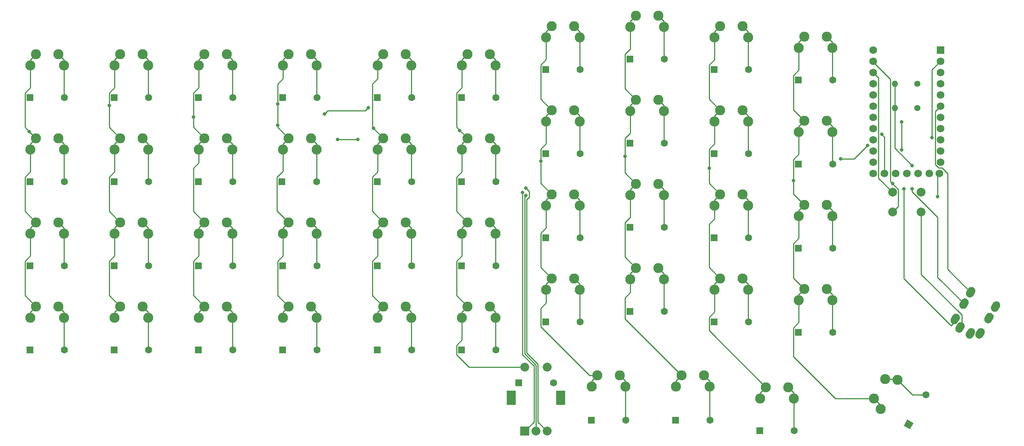
<source format=gbr>
%TF.GenerationSoftware,KiCad,Pcbnew,(5.1.9-0-10_14)*%
%TF.CreationDate,2021-04-26T22:25:58-05:00*%
%TF.ProjectId,wren-universal,7772656e-2d75-46e6-9976-657273616c2e,rev?*%
%TF.SameCoordinates,Original*%
%TF.FileFunction,Copper,L1,Top*%
%TF.FilePolarity,Positive*%
%FSLAX46Y46*%
G04 Gerber Fmt 4.6, Leading zero omitted, Abs format (unit mm)*
G04 Created by KiCad (PCBNEW (5.1.9-0-10_14)) date 2021-04-26 22:25:58*
%MOMM*%
%LPD*%
G01*
G04 APERTURE LIST*
%TA.AperFunction,ComponentPad*%
%ADD10C,2.286000*%
%TD*%
%TA.AperFunction,ComponentPad*%
%ADD11C,1.752600*%
%TD*%
%TA.AperFunction,ComponentPad*%
%ADD12R,1.752600X1.752600*%
%TD*%
%TA.AperFunction,ComponentPad*%
%ADD13C,1.600000*%
%TD*%
%TA.AperFunction,ComponentPad*%
%ADD14R,1.600000X1.600000*%
%TD*%
%TA.AperFunction,ComponentPad*%
%ADD15O,1.400000X1.400000*%
%TD*%
%TA.AperFunction,ComponentPad*%
%ADD16C,1.400000*%
%TD*%
%TA.AperFunction,ComponentPad*%
%ADD17C,0.100000*%
%TD*%
%TA.AperFunction,ComponentPad*%
%ADD18C,2.000000*%
%TD*%
%TA.AperFunction,ComponentPad*%
%ADD19R,2.000000X3.200000*%
%TD*%
%TA.AperFunction,ComponentPad*%
%ADD20R,2.000000X2.000000*%
%TD*%
%TA.AperFunction,ViaPad*%
%ADD21C,0.800000*%
%TD*%
%TA.AperFunction,Conductor*%
%ADD22C,0.250000*%
%TD*%
G04 APERTURE END LIST*
%TO.P,J1,3*%
%TO.N,VCC*%
%TA.AperFunction,ComponentPad*%
G36*
G01*
X258912011Y-91049649D02*
X259262011Y-90443431D01*
G75*
G02*
X260491434Y-90114008I779423J-450000D01*
G01*
X260491434Y-90114008D01*
G75*
G02*
X260820857Y-91343431I-450000J-779423D01*
G01*
X260470857Y-91949649D01*
G75*
G02*
X259241434Y-92279072I-779423J450000D01*
G01*
X259241434Y-92279072D01*
G75*
G02*
X258912011Y-91049649I450000J779423D01*
G01*
G37*
%TD.AperFunction*%
%TO.P,J1,2*%
%TO.N,SCL*%
%TA.AperFunction,ComponentPad*%
G36*
G01*
X260412011Y-88451573D02*
X260762011Y-87845355D01*
G75*
G02*
X261991434Y-87515932I779423J-450000D01*
G01*
X261991434Y-87515932D01*
G75*
G02*
X262320857Y-88745355I-450000J-779423D01*
G01*
X261970857Y-89351573D01*
G75*
G02*
X260741434Y-89680996I-779423J450000D01*
G01*
X260741434Y-89680996D01*
G75*
G02*
X260412011Y-88451573I450000J779423D01*
G01*
G37*
%TD.AperFunction*%
%TO.P,J1,1*%
%TO.N,SDA*%
%TA.AperFunction,ComponentPad*%
G36*
G01*
X256912011Y-94513751D02*
X257262011Y-93907533D01*
G75*
G02*
X258491434Y-93578110I779423J-450000D01*
G01*
X258491434Y-93578110D01*
G75*
G02*
X258820857Y-94807533I-450000J-779423D01*
G01*
X258470857Y-95413751D01*
G75*
G02*
X257241434Y-95743174I-779423J450000D01*
G01*
X257241434Y-95743174D01*
G75*
G02*
X256912011Y-94513751I450000J779423D01*
G01*
G37*
%TD.AperFunction*%
%TO.P,J1,4*%
%TO.N,GND*%
%TA.AperFunction,ComponentPad*%
G36*
G01*
X252378294Y-93166379D02*
X252728294Y-92560161D01*
G75*
G02*
X253957717Y-92230738I779423J-450000D01*
G01*
X253957717Y-92230738D01*
G75*
G02*
X254287140Y-93460161I-450000J-779423D01*
G01*
X253937140Y-94066379D01*
G75*
G02*
X252707717Y-94395802I-779423J450000D01*
G01*
X252707717Y-94395802D01*
G75*
G02*
X252378294Y-93166379I450000J779423D01*
G01*
G37*
%TD.AperFunction*%
%TO.P,J1,5*%
%TA.AperFunction,ComponentPad*%
G36*
G01*
X254716563Y-94516379D02*
X255066563Y-93910161D01*
G75*
G02*
X256295986Y-93580738I779423J-450000D01*
G01*
X256295986Y-93580738D01*
G75*
G02*
X256625409Y-94810161I-450000J-779423D01*
G01*
X256275409Y-95416379D01*
G75*
G02*
X255045986Y-95745802I-779423J450000D01*
G01*
X255045986Y-95745802D01*
G75*
G02*
X254716563Y-94516379I450000J779423D01*
G01*
G37*
%TD.AperFunction*%
%TO.P,J1,1*%
%TO.N,SDA*%
%TA.AperFunction,ComponentPad*%
G36*
G01*
X251282846Y-91263751D02*
X251632846Y-90657533D01*
G75*
G02*
X252862269Y-90328110I779423J-450000D01*
G01*
X252862269Y-90328110D01*
G75*
G02*
X253191692Y-91557533I-450000J-779423D01*
G01*
X252841692Y-92163751D01*
G75*
G02*
X251612269Y-92493174I-779423J450000D01*
G01*
X251612269Y-92493174D01*
G75*
G02*
X251282846Y-91263751I450000J779423D01*
G01*
G37*
%TD.AperFunction*%
%TO.P,J1,2*%
%TO.N,SCL*%
%TA.AperFunction,ComponentPad*%
G36*
G01*
X254782846Y-85201573D02*
X255132846Y-84595355D01*
G75*
G02*
X256362269Y-84265932I779423J-450000D01*
G01*
X256362269Y-84265932D01*
G75*
G02*
X256691692Y-85495355I-450000J-779423D01*
G01*
X256341692Y-86101573D01*
G75*
G02*
X255112269Y-86430996I-779423J450000D01*
G01*
X255112269Y-86430996D01*
G75*
G02*
X254782846Y-85201573I450000J779423D01*
G01*
G37*
%TD.AperFunction*%
%TO.P,J1,3*%
%TO.N,VCC*%
%TA.AperFunction,ComponentPad*%
G36*
G01*
X253282846Y-87799649D02*
X253632846Y-87193431D01*
G75*
G02*
X254862269Y-86864008I779423J-450000D01*
G01*
X254862269Y-86864008D01*
G75*
G02*
X255191692Y-88093431I-450000J-779423D01*
G01*
X254841692Y-88699649D01*
G75*
G02*
X253612269Y-89029072I-779423J450000D01*
G01*
X253612269Y-89029072D01*
G75*
G02*
X253282846Y-87799649I450000J779423D01*
G01*
G37*
%TD.AperFunction*%
%TD*%
D10*
%TO.P,MX39,1*%
%TO.N,COL8*%
X62071250Y-91122500D03*
%TO.P,MX39,2*%
%TO.N,Net-(D39-Pad2)*%
X68421250Y-88582500D03*
%TO.P,MX39,1*%
%TO.N,COL8*%
X63341250Y-88582500D03*
%TO.P,MX39,2*%
%TO.N,Net-(D39-Pad2)*%
X69691250Y-91122500D03*
%TD*%
%TO.P,MX36,1*%
%TO.N,COL5*%
X121602500Y-91122500D03*
%TO.P,MX36,2*%
%TO.N,Net-(D36-Pad2)*%
X127952500Y-88582500D03*
%TO.P,MX36,1*%
%TO.N,COL5*%
X122872500Y-88582500D03*
%TO.P,MX36,2*%
%TO.N,Net-(D36-Pad2)*%
X129222500Y-91122500D03*
%TD*%
%TO.P,MX21,1*%
%TO.N,COL0*%
X216852500Y-68103750D03*
%TO.P,MX21,2*%
%TO.N,Net-(D21-Pad2)*%
X223202500Y-65563750D03*
%TO.P,MX21,1*%
%TO.N,COL0*%
X218122500Y-65563750D03*
%TO.P,MX21,2*%
%TO.N,Net-(D21-Pad2)*%
X224472500Y-68103750D03*
%TD*%
%TO.P,MX41,1*%
%TO.N,COL0*%
X235379295Y-111789307D03*
%TO.P,MX41,2*%
%TO.N,Net-(D41-Pad2)*%
X236354591Y-105020045D03*
%TO.P,MX41,1*%
%TO.N,COL0*%
X233814591Y-109419455D03*
%TO.P,MX41,2*%
%TO.N,Net-(D41-Pad2)*%
X239189295Y-105190193D03*
%TD*%
%TO.P,MX10,1*%
%TO.N,COL9*%
X43021250Y-33972500D03*
%TO.P,MX10,2*%
%TO.N,Net-(D10-Pad2)*%
X49371250Y-31432500D03*
%TO.P,MX10,1*%
%TO.N,COL9*%
X44291250Y-31432500D03*
%TO.P,MX10,2*%
%TO.N,Net-(D10-Pad2)*%
X50641250Y-33972500D03*
%TD*%
%TO.P,MX15,1*%
%TO.N,COL4*%
X140652500Y-53022500D03*
%TO.P,MX15,2*%
%TO.N,Net-(D15-Pad2)*%
X147002500Y-50482500D03*
%TO.P,MX15,1*%
%TO.N,COL4*%
X141922500Y-50482500D03*
%TO.P,MX15,2*%
%TO.N,Net-(D15-Pad2)*%
X148272500Y-53022500D03*
%TD*%
%TO.P,MX44,1*%
%TO.N,COL3*%
X170015000Y-106711750D03*
%TO.P,MX44,2*%
%TO.N,Net-(D44-Pad2)*%
X176365000Y-104171750D03*
%TO.P,MX44,1*%
%TO.N,COL3*%
X171285000Y-104171750D03*
%TO.P,MX44,2*%
%TO.N,Net-(D44-Pad2)*%
X177635000Y-106711750D03*
%TD*%
%TO.P,MX43,1*%
%TO.N,COL2*%
X189065000Y-106711750D03*
%TO.P,MX43,2*%
%TO.N,Net-(D43-Pad2)*%
X195415000Y-104171750D03*
%TO.P,MX43,1*%
%TO.N,COL2*%
X190335000Y-104171750D03*
%TO.P,MX43,2*%
%TO.N,Net-(D43-Pad2)*%
X196685000Y-106711750D03*
%TD*%
%TO.P,MX42,1*%
%TO.N,COL1*%
X208115000Y-109378750D03*
%TO.P,MX42,2*%
%TO.N,Net-(D42-Pad2)*%
X214465000Y-106838750D03*
%TO.P,MX42,1*%
%TO.N,COL1*%
X209385000Y-106838750D03*
%TO.P,MX42,2*%
%TO.N,Net-(D42-Pad2)*%
X215735000Y-109378750D03*
%TD*%
%TO.P,MX40,1*%
%TO.N,COL9*%
X43021250Y-91122500D03*
%TO.P,MX40,2*%
%TO.N,Net-(D40-Pad2)*%
X49371250Y-88582500D03*
%TO.P,MX40,1*%
%TO.N,COL9*%
X44291250Y-88582500D03*
%TO.P,MX40,2*%
%TO.N,Net-(D40-Pad2)*%
X50641250Y-91122500D03*
%TD*%
%TO.P,MX38,1*%
%TO.N,COL7*%
X81121250Y-91122500D03*
%TO.P,MX38,2*%
%TO.N,Net-(D38-Pad2)*%
X87471250Y-88582500D03*
%TO.P,MX38,1*%
%TO.N,COL7*%
X82391250Y-88582500D03*
%TO.P,MX38,2*%
%TO.N,Net-(D38-Pad2)*%
X88741250Y-91122500D03*
%TD*%
%TO.P,MX37,1*%
%TO.N,COL6*%
X100171250Y-91122500D03*
%TO.P,MX37,2*%
%TO.N,Net-(D37-Pad2)*%
X106521250Y-88582500D03*
%TO.P,MX37,1*%
%TO.N,COL6*%
X101441250Y-88582500D03*
%TO.P,MX37,2*%
%TO.N,Net-(D37-Pad2)*%
X107791250Y-91122500D03*
%TD*%
%TO.P,MX35,1*%
%TO.N,COL4*%
X140652500Y-91122500D03*
%TO.P,MX35,2*%
%TO.N,Net-(D35-Pad2)*%
X147002500Y-88582500D03*
%TO.P,MX35,1*%
%TO.N,COL4*%
X141922500Y-88582500D03*
%TO.P,MX35,2*%
%TO.N,Net-(D35-Pad2)*%
X148272500Y-91122500D03*
%TD*%
%TO.P,MX34,1*%
%TO.N,COL3*%
X159702500Y-84772500D03*
%TO.P,MX34,2*%
%TO.N,Net-(D34-Pad2)*%
X166052500Y-82232500D03*
%TO.P,MX34,1*%
%TO.N,COL3*%
X160972500Y-82232500D03*
%TO.P,MX34,2*%
%TO.N,Net-(D34-Pad2)*%
X167322500Y-84772500D03*
%TD*%
%TO.P,MX33,1*%
%TO.N,COL2*%
X178752500Y-82391250D03*
%TO.P,MX33,2*%
%TO.N,Net-(D33-Pad2)*%
X185102500Y-79851250D03*
%TO.P,MX33,1*%
%TO.N,COL2*%
X180022500Y-79851250D03*
%TO.P,MX33,2*%
%TO.N,Net-(D33-Pad2)*%
X186372500Y-82391250D03*
%TD*%
%TO.P,MX32,1*%
%TO.N,COL1*%
X197802500Y-84772500D03*
%TO.P,MX32,2*%
%TO.N,Net-(D32-Pad2)*%
X204152500Y-82232500D03*
%TO.P,MX32,1*%
%TO.N,COL1*%
X199072500Y-82232500D03*
%TO.P,MX32,2*%
%TO.N,Net-(D32-Pad2)*%
X205422500Y-84772500D03*
%TD*%
%TO.P,MX31,1*%
%TO.N,COL0*%
X216852500Y-87153750D03*
%TO.P,MX31,2*%
%TO.N,Net-(D31-Pad2)*%
X223202500Y-84613750D03*
%TO.P,MX31,1*%
%TO.N,COL0*%
X218122500Y-84613750D03*
%TO.P,MX31,2*%
%TO.N,Net-(D31-Pad2)*%
X224472500Y-87153750D03*
%TD*%
%TO.P,MX30,1*%
%TO.N,COL9*%
X43021250Y-72072500D03*
%TO.P,MX30,2*%
%TO.N,Net-(D30-Pad2)*%
X49371250Y-69532500D03*
%TO.P,MX30,1*%
%TO.N,COL9*%
X44291250Y-69532500D03*
%TO.P,MX30,2*%
%TO.N,Net-(D30-Pad2)*%
X50641250Y-72072500D03*
%TD*%
%TO.P,MX29,1*%
%TO.N,COL8*%
X62071250Y-72072500D03*
%TO.P,MX29,2*%
%TO.N,Net-(D29-Pad2)*%
X68421250Y-69532500D03*
%TO.P,MX29,1*%
%TO.N,COL8*%
X63341250Y-69532500D03*
%TO.P,MX29,2*%
%TO.N,Net-(D29-Pad2)*%
X69691250Y-72072500D03*
%TD*%
%TO.P,MX28,1*%
%TO.N,COL7*%
X81121250Y-72072500D03*
%TO.P,MX28,2*%
%TO.N,Net-(D28-Pad2)*%
X87471250Y-69532500D03*
%TO.P,MX28,1*%
%TO.N,COL7*%
X82391250Y-69532500D03*
%TO.P,MX28,2*%
%TO.N,Net-(D28-Pad2)*%
X88741250Y-72072500D03*
%TD*%
%TO.P,MX27,1*%
%TO.N,COL6*%
X100171250Y-72072500D03*
%TO.P,MX27,2*%
%TO.N,Net-(D27-Pad2)*%
X106521250Y-69532500D03*
%TO.P,MX27,1*%
%TO.N,COL6*%
X101441250Y-69532500D03*
%TO.P,MX27,2*%
%TO.N,Net-(D27-Pad2)*%
X107791250Y-72072500D03*
%TD*%
%TO.P,MX26,1*%
%TO.N,COL5*%
X121602500Y-72072500D03*
%TO.P,MX26,2*%
%TO.N,Net-(D26-Pad2)*%
X127952500Y-69532500D03*
%TO.P,MX26,1*%
%TO.N,COL5*%
X122872500Y-69532500D03*
%TO.P,MX26,2*%
%TO.N,Net-(D26-Pad2)*%
X129222500Y-72072500D03*
%TD*%
%TO.P,MX25,1*%
%TO.N,COL4*%
X140652500Y-72072500D03*
%TO.P,MX25,2*%
%TO.N,Net-(D25-Pad2)*%
X147002500Y-69532500D03*
%TO.P,MX25,1*%
%TO.N,COL4*%
X141922500Y-69532500D03*
%TO.P,MX25,2*%
%TO.N,Net-(D25-Pad2)*%
X148272500Y-72072500D03*
%TD*%
%TO.P,MX24,1*%
%TO.N,COL3*%
X159702500Y-65722500D03*
%TO.P,MX24,2*%
%TO.N,Net-(D24-Pad2)*%
X166052500Y-63182500D03*
%TO.P,MX24,1*%
%TO.N,COL3*%
X160972500Y-63182500D03*
%TO.P,MX24,2*%
%TO.N,Net-(D24-Pad2)*%
X167322500Y-65722500D03*
%TD*%
%TO.P,MX23,1*%
%TO.N,COL2*%
X178752500Y-63341250D03*
%TO.P,MX23,2*%
%TO.N,Net-(D23-Pad2)*%
X185102500Y-60801250D03*
%TO.P,MX23,1*%
%TO.N,COL2*%
X180022500Y-60801250D03*
%TO.P,MX23,2*%
%TO.N,Net-(D23-Pad2)*%
X186372500Y-63341250D03*
%TD*%
%TO.P,MX22,1*%
%TO.N,COL1*%
X197802500Y-65722500D03*
%TO.P,MX22,2*%
%TO.N,Net-(D22-Pad2)*%
X204152500Y-63182500D03*
%TO.P,MX22,1*%
%TO.N,COL1*%
X199072500Y-63182500D03*
%TO.P,MX22,2*%
%TO.N,Net-(D22-Pad2)*%
X205422500Y-65722500D03*
%TD*%
%TO.P,MX20,1*%
%TO.N,COL9*%
X43021250Y-53022500D03*
%TO.P,MX20,2*%
%TO.N,Net-(D20-Pad2)*%
X49371250Y-50482500D03*
%TO.P,MX20,1*%
%TO.N,COL9*%
X44291250Y-50482500D03*
%TO.P,MX20,2*%
%TO.N,Net-(D20-Pad2)*%
X50641250Y-53022500D03*
%TD*%
%TO.P,MX19,1*%
%TO.N,COL8*%
X62071250Y-53022500D03*
%TO.P,MX19,2*%
%TO.N,Net-(D19-Pad2)*%
X68421250Y-50482500D03*
%TO.P,MX19,1*%
%TO.N,COL8*%
X63341250Y-50482500D03*
%TO.P,MX19,2*%
%TO.N,Net-(D19-Pad2)*%
X69691250Y-53022500D03*
%TD*%
%TO.P,MX18,1*%
%TO.N,COL7*%
X81121250Y-53022500D03*
%TO.P,MX18,2*%
%TO.N,Net-(D18-Pad2)*%
X87471250Y-50482500D03*
%TO.P,MX18,1*%
%TO.N,COL7*%
X82391250Y-50482500D03*
%TO.P,MX18,2*%
%TO.N,Net-(D18-Pad2)*%
X88741250Y-53022500D03*
%TD*%
%TO.P,MX17,1*%
%TO.N,COL6*%
X100171250Y-53022500D03*
%TO.P,MX17,2*%
%TO.N,Net-(D17-Pad2)*%
X106521250Y-50482500D03*
%TO.P,MX17,1*%
%TO.N,COL6*%
X101441250Y-50482500D03*
%TO.P,MX17,2*%
%TO.N,Net-(D17-Pad2)*%
X107791250Y-53022500D03*
%TD*%
%TO.P,MX16,1*%
%TO.N,COL5*%
X121602500Y-53022500D03*
%TO.P,MX16,2*%
%TO.N,Net-(D16-Pad2)*%
X127952500Y-50482500D03*
%TO.P,MX16,1*%
%TO.N,COL5*%
X122872500Y-50482500D03*
%TO.P,MX16,2*%
%TO.N,Net-(D16-Pad2)*%
X129222500Y-53022500D03*
%TD*%
%TO.P,MX14,1*%
%TO.N,COL3*%
X159702500Y-46672500D03*
%TO.P,MX14,2*%
%TO.N,Net-(D14-Pad2)*%
X166052500Y-44132500D03*
%TO.P,MX14,1*%
%TO.N,COL3*%
X160972500Y-44132500D03*
%TO.P,MX14,2*%
%TO.N,Net-(D14-Pad2)*%
X167322500Y-46672500D03*
%TD*%
%TO.P,MX13,1*%
%TO.N,COL2*%
X178752500Y-44291250D03*
%TO.P,MX13,2*%
%TO.N,Net-(D13-Pad2)*%
X185102500Y-41751250D03*
%TO.P,MX13,1*%
%TO.N,COL2*%
X180022500Y-41751250D03*
%TO.P,MX13,2*%
%TO.N,Net-(D13-Pad2)*%
X186372500Y-44291250D03*
%TD*%
%TO.P,MX12,1*%
%TO.N,COL1*%
X197802500Y-46672500D03*
%TO.P,MX12,2*%
%TO.N,Net-(D12-Pad2)*%
X204152500Y-44132500D03*
%TO.P,MX12,1*%
%TO.N,COL1*%
X199072500Y-44132500D03*
%TO.P,MX12,2*%
%TO.N,Net-(D12-Pad2)*%
X205422500Y-46672500D03*
%TD*%
%TO.P,MX11,1*%
%TO.N,COL0*%
X216852500Y-49053750D03*
%TO.P,MX11,2*%
%TO.N,Net-(D11-Pad2)*%
X223202500Y-46513750D03*
%TO.P,MX11,1*%
%TO.N,COL0*%
X218122500Y-46513750D03*
%TO.P,MX11,2*%
%TO.N,Net-(D11-Pad2)*%
X224472500Y-49053750D03*
%TD*%
%TO.P,MX9,1*%
%TO.N,COL8*%
X62071250Y-33972500D03*
%TO.P,MX9,2*%
%TO.N,Net-(D9-Pad2)*%
X68421250Y-31432500D03*
%TO.P,MX9,1*%
%TO.N,COL8*%
X63341250Y-31432500D03*
%TO.P,MX9,2*%
%TO.N,Net-(D9-Pad2)*%
X69691250Y-33972500D03*
%TD*%
%TO.P,MX8,1*%
%TO.N,COL7*%
X81121250Y-33972500D03*
%TO.P,MX8,2*%
%TO.N,Net-(D8-Pad2)*%
X87471250Y-31432500D03*
%TO.P,MX8,1*%
%TO.N,COL7*%
X82391250Y-31432500D03*
%TO.P,MX8,2*%
%TO.N,Net-(D8-Pad2)*%
X88741250Y-33972500D03*
%TD*%
%TO.P,MX7,1*%
%TO.N,COL6*%
X100171250Y-33972500D03*
%TO.P,MX7,2*%
%TO.N,Net-(D7-Pad2)*%
X106521250Y-31432500D03*
%TO.P,MX7,1*%
%TO.N,COL6*%
X101441250Y-31432500D03*
%TO.P,MX7,2*%
%TO.N,Net-(D7-Pad2)*%
X107791250Y-33972500D03*
%TD*%
%TO.P,MX6,1*%
%TO.N,COL5*%
X121602500Y-33972500D03*
%TO.P,MX6,2*%
%TO.N,Net-(D6-Pad2)*%
X127952500Y-31432500D03*
%TO.P,MX6,1*%
%TO.N,COL5*%
X122872500Y-31432500D03*
%TO.P,MX6,2*%
%TO.N,Net-(D6-Pad2)*%
X129222500Y-33972500D03*
%TD*%
%TO.P,MX5,1*%
%TO.N,COL4*%
X140652500Y-33972500D03*
%TO.P,MX5,2*%
%TO.N,Net-(D5-Pad2)*%
X147002500Y-31432500D03*
%TO.P,MX5,1*%
%TO.N,COL4*%
X141922500Y-31432500D03*
%TO.P,MX5,2*%
%TO.N,Net-(D5-Pad2)*%
X148272500Y-33972500D03*
%TD*%
%TO.P,MX4,1*%
%TO.N,COL3*%
X159702500Y-27622500D03*
%TO.P,MX4,2*%
%TO.N,Net-(D4-Pad2)*%
X166052500Y-25082500D03*
%TO.P,MX4,1*%
%TO.N,COL3*%
X160972500Y-25082500D03*
%TO.P,MX4,2*%
%TO.N,Net-(D4-Pad2)*%
X167322500Y-27622500D03*
%TD*%
%TO.P,MX3,1*%
%TO.N,COL2*%
X178752500Y-25241250D03*
%TO.P,MX3,2*%
%TO.N,Net-(D3-Pad2)*%
X185102500Y-22701250D03*
%TO.P,MX3,1*%
%TO.N,COL2*%
X180022500Y-22701250D03*
%TO.P,MX3,2*%
%TO.N,Net-(D3-Pad2)*%
X186372500Y-25241250D03*
%TD*%
%TO.P,MX2,1*%
%TO.N,COL1*%
X197802500Y-27622500D03*
%TO.P,MX2,2*%
%TO.N,Net-(D2-Pad2)*%
X204152500Y-25082500D03*
%TO.P,MX2,1*%
%TO.N,COL1*%
X199072500Y-25082500D03*
%TO.P,MX2,2*%
%TO.N,Net-(D2-Pad2)*%
X205422500Y-27622500D03*
%TD*%
%TO.P,MX1,1*%
%TO.N,COL0*%
X216852500Y-30003750D03*
%TO.P,MX1,2*%
%TO.N,Net-(D1-Pad2)*%
X223202500Y-27463750D03*
%TO.P,MX1,1*%
%TO.N,COL0*%
X218122500Y-27463750D03*
%TO.P,MX1,2*%
%TO.N,Net-(D1-Pad2)*%
X224472500Y-30003750D03*
%TD*%
D11*
%TO.P,U1,25*%
%TO.N,N/C*%
X246380000Y-58420000D03*
%TO.P,U1,26*%
X243840000Y-58420000D03*
%TO.P,U1,27*%
X241300000Y-58420000D03*
%TO.P,U1,28*%
X238760000Y-58420000D03*
%TO.P,U1,29*%
%TO.N,COL9*%
X236220000Y-58420000D03*
%TO.P,U1,24*%
%TO.N,N/C*%
X233680000Y-30480000D03*
%TO.P,U1,12*%
%TO.N,ROW4*%
X248691400Y-58420000D03*
%TO.P,U1,23*%
%TO.N,GND*%
X233680000Y-33020000D03*
%TO.P,U1,22*%
%TO.N,Net-(SW0-Pad1)*%
X233680000Y-35560000D03*
%TO.P,U1,21*%
%TO.N,VCC*%
X233680000Y-38100000D03*
%TO.P,U1,20*%
%TO.N,COL7*%
X233680000Y-40640000D03*
%TO.P,U1,19*%
%TO.N,COL6*%
X233680000Y-43180000D03*
%TO.P,U1,18*%
%TO.N,COL5*%
X233680000Y-45720000D03*
%TO.P,U1,17*%
%TO.N,COL4*%
X233680000Y-48260000D03*
%TO.P,U1,16*%
%TO.N,COL3*%
X233680000Y-50800000D03*
%TO.P,U1,15*%
%TO.N,COL2*%
X233680000Y-53340000D03*
%TO.P,U1,14*%
%TO.N,COL1*%
X233680000Y-55880000D03*
%TO.P,U1,13*%
%TO.N,COL0*%
X233680000Y-58420000D03*
%TO.P,U1,11*%
%TO.N,RIGHT*%
X248920000Y-55880000D03*
%TO.P,U1,10*%
%TO.N,LEFT*%
X248920000Y-53340000D03*
%TO.P,U1,9*%
%TO.N,COL8*%
X248920000Y-50800000D03*
%TO.P,U1,8*%
%TO.N,ROW2*%
X248920000Y-48260000D03*
%TO.P,U1,7*%
%TO.N,ROW3*%
X248920000Y-45720000D03*
%TO.P,U1,6*%
%TO.N,SCL*%
X248920000Y-43180000D03*
%TO.P,U1,5*%
%TO.N,SDA*%
X248920000Y-40640000D03*
%TO.P,U1,4*%
%TO.N,GND*%
X248920000Y-38100000D03*
%TO.P,U1,3*%
X248920000Y-35560000D03*
%TO.P,U1,2*%
%TO.N,ROW1*%
X248920000Y-33020000D03*
D12*
%TO.P,U1,1*%
%TO.N,ROW0*%
X248920000Y-30480000D03*
%TD*%
D13*
%TO.P,D43,2*%
%TO.N,Net-(D43-Pad2)*%
X196775000Y-114300000D03*
D14*
%TO.P,D43,1*%
%TO.N,ROW4*%
X188975000Y-114300000D03*
%TD*%
D15*
%TO.P,R2,2*%
%TO.N,VCC*%
X238585000Y-43656250D03*
D16*
%TO.P,R2,1*%
%TO.N,SCL*%
X243665000Y-43656250D03*
%TD*%
D15*
%TO.P,R1,2*%
%TO.N,VCC*%
X238585000Y-38100000D03*
D16*
%TO.P,R1,1*%
%TO.N,SDA*%
X243665000Y-38100000D03*
%TD*%
D13*
%TO.P,D45,2*%
%TO.N,ENC1-IN*%
X161342000Y-105822750D03*
D14*
%TO.P,D45,1*%
%TO.N,ROW4*%
X153542000Y-105822750D03*
%TD*%
D13*
%TO.P,D44,2*%
%TO.N,Net-(D44-Pad2)*%
X177725000Y-114300000D03*
D14*
%TO.P,D44,1*%
%TO.N,ROW4*%
X169925000Y-114300000D03*
%TD*%
D13*
%TO.P,D42,2*%
%TO.N,Net-(D42-Pad2)*%
X215825000Y-116681250D03*
D14*
%TO.P,D42,1*%
%TO.N,ROW4*%
X208025000Y-116681250D03*
%TD*%
D13*
%TO.P,D41,2*%
%TO.N,Net-(D41-Pad2)*%
X245618000Y-108541251D03*
%TA.AperFunction,ComponentPad*%
D17*
%TO.P,D41,1*%
%TO.N,ROW4*%
G36*
X242010820Y-116389069D02*
G01*
X240625180Y-115589069D01*
X241425180Y-114203429D01*
X242810820Y-115003429D01*
X242010820Y-116389069D01*
G37*
%TD.AperFunction*%
%TD*%
D13*
%TO.P,D40,2*%
%TO.N,Net-(D40-Pad2)*%
X50725000Y-98425000D03*
D14*
%TO.P,D40,1*%
%TO.N,ROW3*%
X42925000Y-98425000D03*
%TD*%
D13*
%TO.P,D39,2*%
%TO.N,Net-(D39-Pad2)*%
X69775000Y-98425000D03*
D14*
%TO.P,D39,1*%
%TO.N,ROW3*%
X61975000Y-98425000D03*
%TD*%
D13*
%TO.P,D38,2*%
%TO.N,Net-(D38-Pad2)*%
X88825000Y-98425000D03*
D14*
%TO.P,D38,1*%
%TO.N,ROW3*%
X81025000Y-98425000D03*
%TD*%
D13*
%TO.P,D37,2*%
%TO.N,Net-(D37-Pad2)*%
X107875000Y-98425000D03*
D14*
%TO.P,D37,1*%
%TO.N,ROW3*%
X100075000Y-98425000D03*
%TD*%
D13*
%TO.P,D36,2*%
%TO.N,Net-(D36-Pad2)*%
X129306250Y-98425000D03*
D14*
%TO.P,D36,1*%
%TO.N,ROW3*%
X121506250Y-98425000D03*
%TD*%
D13*
%TO.P,D35,2*%
%TO.N,Net-(D35-Pad2)*%
X148356250Y-98425000D03*
D14*
%TO.P,D35,1*%
%TO.N,ROW3*%
X140556250Y-98425000D03*
%TD*%
D13*
%TO.P,D34,2*%
%TO.N,Net-(D34-Pad2)*%
X167406250Y-92075000D03*
D14*
%TO.P,D34,1*%
%TO.N,ROW3*%
X159606250Y-92075000D03*
%TD*%
D13*
%TO.P,D33,2*%
%TO.N,Net-(D33-Pad2)*%
X186456250Y-89693750D03*
D14*
%TO.P,D33,1*%
%TO.N,ROW3*%
X178656250Y-89693750D03*
%TD*%
D13*
%TO.P,D32,2*%
%TO.N,Net-(D32-Pad2)*%
X205506250Y-92075000D03*
D14*
%TO.P,D32,1*%
%TO.N,ROW3*%
X197706250Y-92075000D03*
%TD*%
D13*
%TO.P,D31,2*%
%TO.N,Net-(D31-Pad2)*%
X224556250Y-94456250D03*
D14*
%TO.P,D31,1*%
%TO.N,ROW3*%
X216756250Y-94456250D03*
%TD*%
D13*
%TO.P,D30,2*%
%TO.N,Net-(D30-Pad2)*%
X50725000Y-79375000D03*
D14*
%TO.P,D30,1*%
%TO.N,ROW2*%
X42925000Y-79375000D03*
%TD*%
D13*
%TO.P,D29,2*%
%TO.N,Net-(D29-Pad2)*%
X69775000Y-79375000D03*
D14*
%TO.P,D29,1*%
%TO.N,ROW2*%
X61975000Y-79375000D03*
%TD*%
D13*
%TO.P,D28,2*%
%TO.N,Net-(D28-Pad2)*%
X88825000Y-79375000D03*
D14*
%TO.P,D28,1*%
%TO.N,ROW2*%
X81025000Y-79375000D03*
%TD*%
D13*
%TO.P,D27,2*%
%TO.N,Net-(D27-Pad2)*%
X107875000Y-79375000D03*
D14*
%TO.P,D27,1*%
%TO.N,ROW2*%
X100075000Y-79375000D03*
%TD*%
D13*
%TO.P,D26,2*%
%TO.N,Net-(D26-Pad2)*%
X129306250Y-79375000D03*
D14*
%TO.P,D26,1*%
%TO.N,ROW2*%
X121506250Y-79375000D03*
%TD*%
D13*
%TO.P,D25,2*%
%TO.N,Net-(D25-Pad2)*%
X148356250Y-79375000D03*
D14*
%TO.P,D25,1*%
%TO.N,ROW2*%
X140556250Y-79375000D03*
%TD*%
D13*
%TO.P,D24,2*%
%TO.N,Net-(D24-Pad2)*%
X167406250Y-73025000D03*
D14*
%TO.P,D24,1*%
%TO.N,ROW2*%
X159606250Y-73025000D03*
%TD*%
D13*
%TO.P,D23,2*%
%TO.N,Net-(D23-Pad2)*%
X186456250Y-70643750D03*
D14*
%TO.P,D23,1*%
%TO.N,ROW2*%
X178656250Y-70643750D03*
%TD*%
D13*
%TO.P,D22,2*%
%TO.N,Net-(D22-Pad2)*%
X205506250Y-73025000D03*
D14*
%TO.P,D22,1*%
%TO.N,ROW2*%
X197706250Y-73025000D03*
%TD*%
D13*
%TO.P,D21,2*%
%TO.N,Net-(D21-Pad2)*%
X224556250Y-75406250D03*
D14*
%TO.P,D21,1*%
%TO.N,ROW2*%
X216756250Y-75406250D03*
%TD*%
D13*
%TO.P,D20,2*%
%TO.N,Net-(D20-Pad2)*%
X50725000Y-60325000D03*
D14*
%TO.P,D20,1*%
%TO.N,ROW1*%
X42925000Y-60325000D03*
%TD*%
D13*
%TO.P,D19,2*%
%TO.N,Net-(D19-Pad2)*%
X69775000Y-60325000D03*
D14*
%TO.P,D19,1*%
%TO.N,ROW1*%
X61975000Y-60325000D03*
%TD*%
D13*
%TO.P,D18,2*%
%TO.N,Net-(D18-Pad2)*%
X88825000Y-60325000D03*
D14*
%TO.P,D18,1*%
%TO.N,ROW1*%
X81025000Y-60325000D03*
%TD*%
D13*
%TO.P,D17,2*%
%TO.N,Net-(D17-Pad2)*%
X107748000Y-60325000D03*
D14*
%TO.P,D17,1*%
%TO.N,ROW1*%
X99948000Y-60325000D03*
%TD*%
D13*
%TO.P,D16,2*%
%TO.N,Net-(D16-Pad2)*%
X129306250Y-60325000D03*
D14*
%TO.P,D16,1*%
%TO.N,ROW1*%
X121506250Y-60325000D03*
%TD*%
D13*
%TO.P,D15,2*%
%TO.N,Net-(D15-Pad2)*%
X148356250Y-60325000D03*
D14*
%TO.P,D15,1*%
%TO.N,ROW1*%
X140556250Y-60325000D03*
%TD*%
D13*
%TO.P,D14,2*%
%TO.N,Net-(D14-Pad2)*%
X167406250Y-53975000D03*
D14*
%TO.P,D14,1*%
%TO.N,ROW1*%
X159606250Y-53975000D03*
%TD*%
D13*
%TO.P,D13,2*%
%TO.N,Net-(D13-Pad2)*%
X186456250Y-51593750D03*
D14*
%TO.P,D13,1*%
%TO.N,ROW1*%
X178656250Y-51593750D03*
%TD*%
D13*
%TO.P,D12,2*%
%TO.N,Net-(D12-Pad2)*%
X205506250Y-53975000D03*
D14*
%TO.P,D12,1*%
%TO.N,ROW1*%
X197706250Y-53975000D03*
%TD*%
D13*
%TO.P,D11,2*%
%TO.N,Net-(D11-Pad2)*%
X224556250Y-56356250D03*
D14*
%TO.P,D11,1*%
%TO.N,ROW1*%
X216756250Y-56356250D03*
%TD*%
D13*
%TO.P,D10,2*%
%TO.N,Net-(D10-Pad2)*%
X50725000Y-41275000D03*
D14*
%TO.P,D10,1*%
%TO.N,ROW0*%
X42925000Y-41275000D03*
%TD*%
D13*
%TO.P,D9,2*%
%TO.N,Net-(D9-Pad2)*%
X69775000Y-41275000D03*
D14*
%TO.P,D9,1*%
%TO.N,ROW0*%
X61975000Y-41275000D03*
%TD*%
D13*
%TO.P,D8,2*%
%TO.N,Net-(D8-Pad2)*%
X88825000Y-41275000D03*
D14*
%TO.P,D8,1*%
%TO.N,ROW0*%
X81025000Y-41275000D03*
%TD*%
D13*
%TO.P,D7,2*%
%TO.N,Net-(D7-Pad2)*%
X107875000Y-41275000D03*
D14*
%TO.P,D7,1*%
%TO.N,ROW0*%
X100075000Y-41275000D03*
%TD*%
D13*
%TO.P,D6,2*%
%TO.N,Net-(D6-Pad2)*%
X129306250Y-41275000D03*
D14*
%TO.P,D6,1*%
%TO.N,ROW0*%
X121506250Y-41275000D03*
%TD*%
D13*
%TO.P,D5,2*%
%TO.N,Net-(D5-Pad2)*%
X148356250Y-41275000D03*
D14*
%TO.P,D5,1*%
%TO.N,ROW0*%
X140556250Y-41275000D03*
%TD*%
D13*
%TO.P,D4,2*%
%TO.N,Net-(D4-Pad2)*%
X167406250Y-34925000D03*
D14*
%TO.P,D4,1*%
%TO.N,ROW0*%
X159606250Y-34925000D03*
%TD*%
D13*
%TO.P,D3,2*%
%TO.N,Net-(D3-Pad2)*%
X186456250Y-32543750D03*
D14*
%TO.P,D3,1*%
%TO.N,ROW0*%
X178656250Y-32543750D03*
%TD*%
D13*
%TO.P,D2,2*%
%TO.N,Net-(D2-Pad2)*%
X205506250Y-34925000D03*
D14*
%TO.P,D2,1*%
%TO.N,ROW0*%
X197706250Y-34925000D03*
%TD*%
D13*
%TO.P,D1,2*%
%TO.N,Net-(D1-Pad2)*%
X224556250Y-37306250D03*
D14*
%TO.P,D1,1*%
%TO.N,ROW0*%
X216756250Y-37306250D03*
%TD*%
D18*
%TO.P,ENC1,S1*%
%TO.N,ENC1-IN*%
X159902000Y-102266750D03*
%TO.P,ENC1,S2*%
%TO.N,COL4*%
X154902000Y-102266750D03*
D19*
%TO.P,ENC1,MP*%
%TO.N,N/C*%
X163002000Y-109266750D03*
X151802000Y-109266750D03*
D18*
%TO.P,ENC1,B*%
%TO.N,RIGHT*%
X159902000Y-116766750D03*
%TO.P,ENC1,C*%
%TO.N,GND*%
X157402000Y-116766750D03*
D20*
%TO.P,ENC1,A*%
%TO.N,LEFT*%
X154902000Y-116766750D03*
%TD*%
D18*
%TO.P,SW0,1*%
%TO.N,Net-(SW0-Pad1)*%
X244561500Y-62706250D03*
%TO.P,SW0,2*%
%TO.N,GND*%
X244561500Y-67206250D03*
%TO.P,SW0,1*%
%TO.N,Net-(SW0-Pad1)*%
X238061500Y-62706250D03*
%TO.P,SW0,2*%
%TO.N,GND*%
X238061500Y-67206250D03*
%TD*%
D21*
%TO.N,ROW1*%
X226307750Y-55181500D03*
X232403750Y-52133500D03*
X246993699Y-50355500D03*
%TO.N,ROW4*%
X248278750Y-63690500D03*
%TO.N,COL0*%
X215631249Y-60026279D03*
%TO.N,COL1*%
X196581249Y-57282768D03*
%TO.N,COL2*%
X177531249Y-54551750D03*
%TO.N,COL3*%
X158481249Y-55680999D03*
%TO.N,COL4*%
X140168472Y-48728472D03*
%TO.N,COL5*%
X120615125Y-48225125D03*
%TO.N,COL6*%
X98949999Y-42712251D03*
X98949999Y-47538251D03*
%TO.N,COL7*%
X119500750Y-43512501D03*
X109594750Y-44962501D03*
X79899999Y-45633251D03*
%TO.N,COL8*%
X60849999Y-43012749D03*
%TO.N,COL9*%
X235606300Y-49593500D03*
X117087750Y-50736500D03*
X112515750Y-50736500D03*
X42780000Y-48971250D03*
%TO.N,VCC*%
X242532000Y-56673750D03*
X242532000Y-61880750D03*
%TO.N,SDA*%
X240119000Y-46767750D03*
X240627000Y-61880750D03*
X240119000Y-53117750D03*
%TO.N,GND*%
X238070501Y-60754249D03*
X155119000Y-63476858D03*
%TO.N,LEFT*%
X154394000Y-62769750D03*
%TO.N,RIGHT*%
X155119000Y-61753750D03*
%TD*%
D22*
%TO.N,Net-(D1-Pad2)*%
X224472500Y-28733750D02*
X224472500Y-30003750D01*
X223202500Y-27463750D02*
X224472500Y-28733750D01*
X224472500Y-37222500D02*
X224556250Y-37306250D01*
X224472500Y-30003750D02*
X224472500Y-37222500D01*
%TO.N,Net-(D2-Pad2)*%
X205422500Y-26352500D02*
X205422500Y-27622500D01*
X204152500Y-25082500D02*
X205422500Y-26352500D01*
X205422500Y-34841250D02*
X205506250Y-34925000D01*
X205422500Y-27622500D02*
X205422500Y-34841250D01*
%TO.N,Net-(D3-Pad2)*%
X186372500Y-23971250D02*
X186372500Y-25241250D01*
X185102500Y-22701250D02*
X186372500Y-23971250D01*
X186372500Y-32460000D02*
X186456250Y-32543750D01*
X186372500Y-25241250D02*
X186372500Y-32460000D01*
%TO.N,Net-(D4-Pad2)*%
X167322500Y-26352500D02*
X167322500Y-27622500D01*
X166052500Y-25082500D02*
X167322500Y-26352500D01*
X167322500Y-34841250D02*
X167406250Y-34925000D01*
X167322500Y-27622500D02*
X167322500Y-34841250D01*
%TO.N,Net-(D5-Pad2)*%
X148272500Y-32702500D02*
X148272500Y-33972500D01*
X147002500Y-31432500D02*
X148272500Y-32702500D01*
X148272500Y-41191250D02*
X148356250Y-41275000D01*
X148272500Y-33972500D02*
X148272500Y-41191250D01*
%TO.N,Net-(D6-Pad2)*%
X129222500Y-32702500D02*
X129222500Y-33972500D01*
X127952500Y-31432500D02*
X129222500Y-32702500D01*
X129222500Y-41191250D02*
X129306250Y-41275000D01*
X129222500Y-33972500D02*
X129222500Y-41191250D01*
%TO.N,Net-(D7-Pad2)*%
X107791250Y-32702500D02*
X107791250Y-33972500D01*
X106521250Y-31432500D02*
X107791250Y-32702500D01*
X107791250Y-41191250D02*
X107875000Y-41275000D01*
X107791250Y-33972500D02*
X107791250Y-41191250D01*
%TO.N,Net-(D8-Pad2)*%
X88741250Y-32702500D02*
X88741250Y-33972500D01*
X87471250Y-31432500D02*
X88741250Y-32702500D01*
X88741250Y-41191250D02*
X88825000Y-41275000D01*
X88741250Y-33972500D02*
X88741250Y-41191250D01*
%TO.N,Net-(D9-Pad2)*%
X69691250Y-32702500D02*
X69691250Y-33972500D01*
X68421250Y-31432500D02*
X69691250Y-32702500D01*
X69691250Y-41191250D02*
X69775000Y-41275000D01*
X69691250Y-33972500D02*
X69691250Y-41191250D01*
%TO.N,Net-(D10-Pad2)*%
X50641250Y-32702500D02*
X50641250Y-33972500D01*
X49371250Y-31432500D02*
X50641250Y-32702500D01*
X50641250Y-41191250D02*
X50725000Y-41275000D01*
X50641250Y-33972500D02*
X50641250Y-41191250D01*
%TO.N,Net-(D11-Pad2)*%
X224472500Y-47783750D02*
X224472500Y-49053750D01*
X223202500Y-46513750D02*
X224472500Y-47783750D01*
X224472500Y-56272500D02*
X224556250Y-56356250D01*
X224472500Y-49053750D02*
X224472500Y-56272500D01*
%TO.N,ROW1*%
X229355750Y-55181500D02*
X232403750Y-52133500D01*
X226307750Y-55181500D02*
X229355750Y-55181500D01*
X246993699Y-34946301D02*
X248920000Y-33020000D01*
X246993699Y-50355500D02*
X246993699Y-34946301D01*
%TO.N,Net-(D12-Pad2)*%
X205422500Y-45402500D02*
X205422500Y-46672500D01*
X204152500Y-44132500D02*
X205422500Y-45402500D01*
X205422500Y-53891250D02*
X205506250Y-53975000D01*
X205422500Y-46672500D02*
X205422500Y-53891250D01*
%TO.N,Net-(D13-Pad2)*%
X186372500Y-43021250D02*
X186372500Y-44291250D01*
X185102500Y-41751250D02*
X186372500Y-43021250D01*
X186372500Y-51510000D02*
X186456250Y-51593750D01*
X186372500Y-44291250D02*
X186372500Y-51510000D01*
%TO.N,Net-(D14-Pad2)*%
X167322500Y-45402500D02*
X167322500Y-46672500D01*
X166052500Y-44132500D02*
X167322500Y-45402500D01*
X167322500Y-53891250D02*
X167406250Y-53975000D01*
X167322500Y-46672500D02*
X167322500Y-53891250D01*
%TO.N,Net-(D15-Pad2)*%
X148272500Y-51752500D02*
X148272500Y-53022500D01*
X147002500Y-50482500D02*
X148272500Y-51752500D01*
X148272500Y-60241250D02*
X148356250Y-60325000D01*
X148272500Y-53022500D02*
X148272500Y-60241250D01*
%TO.N,Net-(D16-Pad2)*%
X129222500Y-51752500D02*
X129222500Y-53022500D01*
X127952500Y-50482500D02*
X129222500Y-51752500D01*
X129222500Y-60241250D02*
X129306250Y-60325000D01*
X129222500Y-53022500D02*
X129222500Y-60241250D01*
%TO.N,Net-(D17-Pad2)*%
X107791250Y-51752500D02*
X107791250Y-53022500D01*
X106521250Y-50482500D02*
X107791250Y-51752500D01*
X107791250Y-60281750D02*
X107748000Y-60325000D01*
X107791250Y-53022500D02*
X107791250Y-60281750D01*
%TO.N,Net-(D18-Pad2)*%
X88741250Y-51752500D02*
X88741250Y-53022500D01*
X87471250Y-50482500D02*
X88741250Y-51752500D01*
X88741250Y-60241250D02*
X88825000Y-60325000D01*
X88741250Y-53022500D02*
X88741250Y-60241250D01*
%TO.N,Net-(D19-Pad2)*%
X69691250Y-51752500D02*
X69691250Y-53022500D01*
X68421250Y-50482500D02*
X69691250Y-51752500D01*
X69691250Y-60241250D02*
X69775000Y-60325000D01*
X69691250Y-53022500D02*
X69691250Y-60241250D01*
%TO.N,Net-(D20-Pad2)*%
X50641250Y-51752500D02*
X50641250Y-53022500D01*
X49371250Y-50482500D02*
X50641250Y-51752500D01*
X50641250Y-60241250D02*
X50725000Y-60325000D01*
X50641250Y-53022500D02*
X50641250Y-60241250D01*
%TO.N,Net-(D21-Pad2)*%
X224472500Y-66833750D02*
X224472500Y-68103750D01*
X223202500Y-65563750D02*
X224472500Y-66833750D01*
X224472500Y-75322500D02*
X224556250Y-75406250D01*
X224472500Y-68103750D02*
X224472500Y-75322500D01*
%TO.N,Net-(D22-Pad2)*%
X205422500Y-64452500D02*
X205422500Y-65722500D01*
X204152500Y-63182500D02*
X205422500Y-64452500D01*
X205422500Y-72941250D02*
X205506250Y-73025000D01*
X205422500Y-65722500D02*
X205422500Y-72941250D01*
%TO.N,Net-(D23-Pad2)*%
X186372500Y-62071250D02*
X186372500Y-63341250D01*
X185102500Y-60801250D02*
X186372500Y-62071250D01*
X186372500Y-70560000D02*
X186456250Y-70643750D01*
X186372500Y-63341250D02*
X186372500Y-70560000D01*
%TO.N,Net-(D24-Pad2)*%
X167322500Y-64452500D02*
X167322500Y-65722500D01*
X166052500Y-63182500D02*
X167322500Y-64452500D01*
X167322500Y-72941250D02*
X167406250Y-73025000D01*
X167322500Y-65722500D02*
X167322500Y-72941250D01*
%TO.N,Net-(D25-Pad2)*%
X148272500Y-70802500D02*
X148272500Y-72072500D01*
X147002500Y-69532500D02*
X148272500Y-70802500D01*
X148272500Y-79291250D02*
X148356250Y-79375000D01*
X148272500Y-72072500D02*
X148272500Y-79291250D01*
%TO.N,Net-(D26-Pad2)*%
X129222500Y-70802500D02*
X129222500Y-72072500D01*
X127952500Y-69532500D02*
X129222500Y-70802500D01*
X129222500Y-79291250D02*
X129306250Y-79375000D01*
X129222500Y-72072500D02*
X129222500Y-79291250D01*
%TO.N,Net-(D27-Pad2)*%
X107791250Y-70802500D02*
X107791250Y-72072500D01*
X106521250Y-69532500D02*
X107791250Y-70802500D01*
X107791250Y-79291250D02*
X107875000Y-79375000D01*
X107791250Y-72072500D02*
X107791250Y-79291250D01*
%TO.N,Net-(D28-Pad2)*%
X88741250Y-70802500D02*
X88741250Y-72072500D01*
X87471250Y-69532500D02*
X88741250Y-70802500D01*
X88741250Y-79291250D02*
X88825000Y-79375000D01*
X88741250Y-72072500D02*
X88741250Y-79291250D01*
%TO.N,Net-(D29-Pad2)*%
X69691250Y-70802500D02*
X69691250Y-72072500D01*
X68421250Y-69532500D02*
X69691250Y-70802500D01*
X69691250Y-79291250D02*
X69775000Y-79375000D01*
X69691250Y-72072500D02*
X69691250Y-79291250D01*
%TO.N,Net-(D30-Pad2)*%
X50641250Y-70802500D02*
X50641250Y-72072500D01*
X49371250Y-69532500D02*
X50641250Y-70802500D01*
X50641250Y-79291250D02*
X50725000Y-79375000D01*
X50641250Y-72072500D02*
X50641250Y-79291250D01*
%TO.N,Net-(D31-Pad2)*%
X224472500Y-85883750D02*
X224472500Y-87153750D01*
X223202500Y-84613750D02*
X224472500Y-85883750D01*
X224472500Y-94372500D02*
X224556250Y-94456250D01*
X224472500Y-87153750D02*
X224472500Y-94372500D01*
%TO.N,Net-(D32-Pad2)*%
X205422500Y-83502500D02*
X205422500Y-84772500D01*
X204152500Y-82232500D02*
X205422500Y-83502500D01*
X205422500Y-91991250D02*
X205506250Y-92075000D01*
X205422500Y-84772500D02*
X205422500Y-91991250D01*
%TO.N,Net-(D33-Pad2)*%
X186372500Y-81121250D02*
X186372500Y-82391250D01*
X185102500Y-79851250D02*
X186372500Y-81121250D01*
X186372500Y-89610000D02*
X186456250Y-89693750D01*
X186372500Y-82391250D02*
X186372500Y-89610000D01*
%TO.N,Net-(D34-Pad2)*%
X167322500Y-83502500D02*
X167322500Y-84772500D01*
X166052500Y-82232500D02*
X167322500Y-83502500D01*
X167322500Y-91991250D02*
X167406250Y-92075000D01*
X167322500Y-84772500D02*
X167322500Y-91991250D01*
%TO.N,Net-(D35-Pad2)*%
X148272500Y-89852500D02*
X148272500Y-91122500D01*
X147002500Y-88582500D02*
X148272500Y-89852500D01*
X148272500Y-98341250D02*
X148356250Y-98425000D01*
X148272500Y-91122500D02*
X148272500Y-98341250D01*
%TO.N,Net-(D36-Pad2)*%
X129222500Y-89852500D02*
X129222500Y-91122500D01*
X127952500Y-88582500D02*
X129222500Y-89852500D01*
X129222500Y-98341250D02*
X129306250Y-98425000D01*
X129222500Y-91122500D02*
X129222500Y-98341250D01*
%TO.N,Net-(D37-Pad2)*%
X107791250Y-89852500D02*
X107791250Y-91122500D01*
X106521250Y-88582500D02*
X107791250Y-89852500D01*
X107791250Y-98341250D02*
X107875000Y-98425000D01*
X107791250Y-91122500D02*
X107791250Y-98341250D01*
%TO.N,Net-(D38-Pad2)*%
X88741250Y-89852500D02*
X88741250Y-91122500D01*
X87471250Y-88582500D02*
X88741250Y-89852500D01*
X88741250Y-98341250D02*
X88825000Y-98425000D01*
X88741250Y-91122500D02*
X88741250Y-98341250D01*
%TO.N,Net-(D39-Pad2)*%
X69691250Y-89852500D02*
X69691250Y-91122500D01*
X68421250Y-88582500D02*
X69691250Y-89852500D01*
X69691250Y-98341250D02*
X69775000Y-98425000D01*
X69691250Y-91122500D02*
X69691250Y-98341250D01*
%TO.N,Net-(D40-Pad2)*%
X50641250Y-89852500D02*
X50641250Y-91122500D01*
X49371250Y-88582500D02*
X50641250Y-89852500D01*
X50641250Y-98341250D02*
X50725000Y-98425000D01*
X50641250Y-91122500D02*
X50641250Y-98341250D01*
%TO.N,ROW4*%
X248278750Y-58832650D02*
X248691400Y-58420000D01*
X248278750Y-63690500D02*
X248278750Y-58832650D01*
%TO.N,Net-(D42-Pad2)*%
X215735000Y-108108750D02*
X215735000Y-109378750D01*
X214465000Y-106838750D02*
X215735000Y-108108750D01*
X215735000Y-116591250D02*
X215825000Y-116681250D01*
X215735000Y-109378750D02*
X215735000Y-116591250D01*
%TO.N,Net-(D43-Pad2)*%
X196685000Y-105441750D02*
X196685000Y-106711750D01*
X195415000Y-104171750D02*
X196685000Y-105441750D01*
X196685000Y-114210000D02*
X196775000Y-114300000D01*
X196685000Y-106711750D02*
X196685000Y-114210000D01*
%TO.N,Net-(D44-Pad2)*%
X177635000Y-105441750D02*
X177635000Y-106711750D01*
X176365000Y-104171750D02*
X177635000Y-105441750D01*
X177635000Y-114210000D02*
X177725000Y-114300000D01*
X177635000Y-106711750D02*
X177635000Y-114210000D01*
%TO.N,COL0*%
X235379295Y-110984159D02*
X235379295Y-111789307D01*
X233814591Y-109419455D02*
X235379295Y-110984159D01*
X216852500Y-85883750D02*
X216852500Y-87153750D01*
X218122500Y-84613750D02*
X216852500Y-85883750D01*
X216852500Y-66833750D02*
X216852500Y-68103750D01*
X218122500Y-65563750D02*
X216852500Y-66833750D01*
X216852500Y-47783750D02*
X216852500Y-49053750D01*
X218122500Y-46513750D02*
X216852500Y-47783750D01*
X216852500Y-28733750D02*
X216852500Y-30003750D01*
X218122500Y-27463750D02*
X216852500Y-28733750D01*
X215631249Y-44022499D02*
X218122500Y-46513750D01*
X215631249Y-36246249D02*
X215631249Y-44022499D01*
X216852500Y-35024998D02*
X215631249Y-36246249D01*
X216852500Y-30003750D02*
X216852500Y-35024998D01*
X215631249Y-63072499D02*
X218122500Y-65563750D01*
X215631249Y-55296249D02*
X215631249Y-63072499D01*
X216852500Y-54074998D02*
X215631249Y-55296249D01*
X216852500Y-49053750D02*
X216852500Y-54074998D01*
X215631249Y-82122499D02*
X218122500Y-84613750D01*
X215631249Y-74346249D02*
X215631249Y-82122499D01*
X216852500Y-73124998D02*
X215631249Y-74346249D01*
X216852500Y-68103750D02*
X216852500Y-73124998D01*
X215631249Y-99945001D02*
X225105703Y-109419455D01*
X216852500Y-92174998D02*
X215631249Y-93396249D01*
X225105703Y-109419455D02*
X233814591Y-109419455D01*
X215631249Y-93396249D02*
X215631249Y-99945001D01*
X216852500Y-87153750D02*
X216852500Y-92174998D01*
%TO.N,COL1*%
X208115000Y-108108750D02*
X208115000Y-109378750D01*
X209385000Y-106838750D02*
X208115000Y-108108750D01*
X197802500Y-83502500D02*
X197802500Y-84772500D01*
X199072500Y-82232500D02*
X197802500Y-83502500D01*
X197802500Y-45402500D02*
X197802500Y-46672500D01*
X199072500Y-44132500D02*
X197802500Y-45402500D01*
X197802500Y-26352500D02*
X197802500Y-27622500D01*
X199072500Y-25082500D02*
X197802500Y-26352500D01*
X197802500Y-64452500D02*
X197802500Y-65722500D01*
X199072500Y-63182500D02*
X197802500Y-64452500D01*
X196581249Y-33864999D02*
X196581249Y-41641249D01*
X197802500Y-32643748D02*
X196581249Y-33864999D01*
X196581249Y-41641249D02*
X199072500Y-44132500D01*
X197802500Y-27622500D02*
X197802500Y-32643748D01*
X197802500Y-51693748D02*
X196581249Y-52914999D01*
X196581249Y-60691249D02*
X199072500Y-63182500D01*
X197802500Y-46672500D02*
X197802500Y-51693748D01*
X196581249Y-79741249D02*
X199072500Y-82232500D01*
X196581249Y-69954085D02*
X196581249Y-79741249D01*
X197802500Y-68732834D02*
X196581249Y-69954085D01*
X197802500Y-65722500D02*
X197802500Y-68732834D01*
X196581249Y-94034999D02*
X209385000Y-106838750D01*
X197802500Y-89793748D02*
X196581249Y-91014999D01*
X196581249Y-91014999D02*
X196581249Y-94034999D01*
X197802500Y-84772500D02*
X197802500Y-89793748D01*
X196581249Y-52914999D02*
X196581249Y-60691249D01*
%TO.N,COL2*%
X189065000Y-105441750D02*
X189065000Y-106711750D01*
X190335000Y-104171750D02*
X189065000Y-105441750D01*
X178752500Y-23971250D02*
X178752500Y-25241250D01*
X180022500Y-22701250D02*
X178752500Y-23971250D01*
X178752500Y-81121250D02*
X178752500Y-82391250D01*
X180022500Y-79851250D02*
X178752500Y-81121250D01*
X178752500Y-43021250D02*
X178752500Y-44291250D01*
X180022500Y-41751250D02*
X178752500Y-43021250D01*
X178752500Y-62071250D02*
X178752500Y-63341250D01*
X180022500Y-60801250D02*
X178752500Y-62071250D01*
X177531249Y-39259999D02*
X180022500Y-41751250D01*
X177531249Y-31483749D02*
X177531249Y-39259999D01*
X178752500Y-30262498D02*
X177531249Y-31483749D01*
X178752500Y-25241250D02*
X178752500Y-30262498D01*
X177531249Y-58309999D02*
X180022500Y-60801250D01*
X177531249Y-50533749D02*
X177531249Y-58309999D01*
X178752500Y-49312498D02*
X177531249Y-50533749D01*
X178752500Y-44291250D02*
X178752500Y-49312498D01*
X177531249Y-77359999D02*
X180022500Y-79851250D01*
X178752500Y-68362498D02*
X177531249Y-69583749D01*
X177531249Y-69583749D02*
X177531249Y-77359999D01*
X178752500Y-63341250D02*
X178752500Y-68362498D01*
X177531249Y-91367999D02*
X190335000Y-104171750D01*
X177531249Y-86622835D02*
X177531249Y-91367999D01*
X178752500Y-85401584D02*
X177531249Y-86622835D01*
X178752500Y-82391250D02*
X178752500Y-85401584D01*
%TO.N,COL3*%
X169715750Y-106997500D02*
X170021250Y-106997500D01*
X170015000Y-105441750D02*
X170015000Y-106711750D01*
X171285000Y-104171750D02*
X170015000Y-105441750D01*
X159702500Y-26352500D02*
X159702500Y-27622500D01*
X160972500Y-25082500D02*
X159702500Y-26352500D01*
X159702500Y-45402500D02*
X159702500Y-46672500D01*
X160972500Y-44132500D02*
X159702500Y-45402500D01*
X159702500Y-64452500D02*
X159702500Y-65722500D01*
X160972500Y-63182500D02*
X159702500Y-64452500D01*
X159702500Y-83502500D02*
X159702500Y-84772500D01*
X160972500Y-82232500D02*
X159702500Y-83502500D01*
X158481249Y-41641249D02*
X160972500Y-44132500D01*
X158481249Y-33864999D02*
X158481249Y-41641249D01*
X159702500Y-32643748D02*
X158481249Y-33864999D01*
X159702500Y-27622500D02*
X159702500Y-32643748D01*
X158481249Y-60691249D02*
X160972500Y-63182500D01*
X159702500Y-51693748D02*
X158481249Y-52914999D01*
X159702500Y-46672500D02*
X159702500Y-51693748D01*
X158481249Y-79741249D02*
X160972500Y-82232500D01*
X158481249Y-71964999D02*
X158481249Y-79741249D01*
X159702500Y-70743748D02*
X158481249Y-71964999D01*
X159702500Y-65722500D02*
X159702500Y-70743748D01*
X169517998Y-104171750D02*
X171285000Y-104171750D01*
X158481249Y-89004085D02*
X158481249Y-93135001D01*
X158481249Y-93135001D02*
X169517998Y-104171750D01*
X159702500Y-87782834D02*
X158481249Y-89004085D01*
X159702500Y-84772500D02*
X159702500Y-87782834D01*
X158481249Y-55680999D02*
X158481249Y-60691249D01*
X158481249Y-52914999D02*
X158481249Y-55680999D01*
%TO.N,COL4*%
X154457500Y-101822250D02*
X154902000Y-102266750D01*
X140652500Y-32702500D02*
X140652500Y-33972500D01*
X141922500Y-31432500D02*
X140652500Y-32702500D01*
X140652500Y-51752500D02*
X140652500Y-53022500D01*
X141922500Y-50482500D02*
X140652500Y-51752500D01*
X140652500Y-70802500D02*
X140652500Y-72072500D01*
X141922500Y-69532500D02*
X140652500Y-70802500D01*
X140652500Y-89852500D02*
X140652500Y-91122500D01*
X141922500Y-88582500D02*
X140652500Y-89852500D01*
X139431249Y-47991249D02*
X141922500Y-50482500D01*
X139431249Y-40214999D02*
X139431249Y-47991249D01*
X140652500Y-38993748D02*
X139431249Y-40214999D01*
X140652500Y-33972500D02*
X140652500Y-38993748D01*
X139431249Y-67041249D02*
X141922500Y-69532500D01*
X139431249Y-59264999D02*
X139431249Y-67041249D01*
X140652500Y-58043748D02*
X139431249Y-59264999D01*
X140652500Y-53022500D02*
X140652500Y-58043748D01*
X139431249Y-86091249D02*
X141922500Y-88582500D01*
X139431249Y-78314999D02*
X139431249Y-86091249D01*
X140652500Y-77093748D02*
X139431249Y-78314999D01*
X140652500Y-72072500D02*
X140652500Y-77093748D01*
X139431249Y-99485001D02*
X142212998Y-102266750D01*
X142212998Y-102266750D02*
X154902000Y-102266750D01*
X139431249Y-97364999D02*
X139431249Y-99485001D01*
X140652500Y-96143748D02*
X139431249Y-97364999D01*
X140652500Y-91122500D02*
X140652500Y-96143748D01*
%TO.N,COL5*%
X121602500Y-32702500D02*
X121602500Y-33972500D01*
X122872500Y-31432500D02*
X121602500Y-32702500D01*
X121602500Y-51752500D02*
X121602500Y-53022500D01*
X122872500Y-50482500D02*
X121602500Y-51752500D01*
X121602500Y-70802500D02*
X121602500Y-72072500D01*
X122872500Y-69532500D02*
X121602500Y-70802500D01*
X121602500Y-89852500D02*
X121602500Y-91122500D01*
X122872500Y-88582500D02*
X121602500Y-89852500D01*
X120381249Y-38204085D02*
X120381249Y-47991249D01*
X121602500Y-36982834D02*
X120381249Y-38204085D01*
X121602500Y-33972500D02*
X121602500Y-36982834D01*
X120381249Y-59264999D02*
X120381249Y-67041249D01*
X121602500Y-58043748D02*
X120381249Y-59264999D01*
X120381249Y-67041249D02*
X122872500Y-69532500D01*
X121602500Y-53022500D02*
X121602500Y-58043748D01*
X120381249Y-78314999D02*
X120381249Y-86091249D01*
X121602500Y-77093748D02*
X120381249Y-78314999D01*
X120381249Y-86091249D02*
X122872500Y-88582500D01*
X121602500Y-72072500D02*
X121602500Y-77093748D01*
X120615125Y-48225125D02*
X122872500Y-50482500D01*
X120381249Y-47991249D02*
X120615125Y-48225125D01*
%TO.N,COL6*%
X100171250Y-89852500D02*
X100171250Y-91122500D01*
X101441250Y-88582500D02*
X100171250Y-89852500D01*
X100171250Y-70802500D02*
X100171250Y-72072500D01*
X101441250Y-69532500D02*
X100171250Y-70802500D01*
X100171250Y-51752500D02*
X100171250Y-53022500D01*
X101441250Y-50482500D02*
X100171250Y-51752500D01*
X100171250Y-32702500D02*
X100171250Y-33972500D01*
X101441250Y-31432500D02*
X100171250Y-32702500D01*
X98949999Y-47991249D02*
X101441250Y-50482500D01*
X100171250Y-36982834D02*
X98949999Y-38204085D01*
X100171250Y-33972500D02*
X100171250Y-36982834D01*
X98822999Y-66914249D02*
X101441250Y-69532500D01*
X98822999Y-59264999D02*
X98822999Y-66914249D01*
X100171250Y-57916748D02*
X98822999Y-59264999D01*
X100171250Y-53022500D02*
X100171250Y-57916748D01*
X98949999Y-86091249D02*
X101441250Y-88582500D01*
X100171250Y-77093748D02*
X98949999Y-78314999D01*
X98949999Y-78314999D02*
X98949999Y-86091249D01*
X100171250Y-72072500D02*
X100171250Y-77093748D01*
X98949999Y-38204085D02*
X98949999Y-42712251D01*
X98949999Y-47538251D02*
X98949999Y-47991249D01*
X98949999Y-42712251D02*
X98949999Y-47538251D01*
%TO.N,COL7*%
X81121250Y-32702500D02*
X81121250Y-33972500D01*
X82391250Y-31432500D02*
X81121250Y-32702500D01*
X81121250Y-51752500D02*
X81121250Y-53022500D01*
X82391250Y-50482500D02*
X81121250Y-51752500D01*
X81121250Y-70802500D02*
X81121250Y-72072500D01*
X82391250Y-69532500D02*
X81121250Y-70802500D01*
X81121250Y-89852500D02*
X81121250Y-91122500D01*
X82391250Y-88582500D02*
X81121250Y-89852500D01*
X81121250Y-38993748D02*
X79899999Y-40214999D01*
X79899999Y-47991249D02*
X82391250Y-50482500D01*
X81121250Y-33972500D02*
X81121250Y-38993748D01*
X79899999Y-57254085D02*
X79899999Y-67041249D01*
X79899999Y-67041249D02*
X82391250Y-69532500D01*
X81121250Y-56032834D02*
X79899999Y-57254085D01*
X81121250Y-53022500D02*
X81121250Y-56032834D01*
X79899999Y-86091249D02*
X82391250Y-88582500D01*
X79899999Y-78314999D02*
X79899999Y-86091249D01*
X81121250Y-77093748D02*
X79899999Y-78314999D01*
X81121250Y-72072500D02*
X81121250Y-77093748D01*
X119500750Y-43512501D02*
X118753751Y-44259500D01*
X110297751Y-44259500D02*
X109594750Y-44962501D01*
X118753751Y-44259500D02*
X110297751Y-44259500D01*
X79899999Y-45633251D02*
X79899999Y-47991249D01*
X79899999Y-40214999D02*
X79899999Y-45633251D01*
%TO.N,COL8*%
X62071250Y-89852500D02*
X62071250Y-91122500D01*
X63341250Y-88582500D02*
X62071250Y-89852500D01*
X62071250Y-70802500D02*
X62071250Y-72072500D01*
X63341250Y-69532500D02*
X62071250Y-70802500D01*
X62071250Y-51752500D02*
X62071250Y-53022500D01*
X63341250Y-50482500D02*
X62071250Y-51752500D01*
X62071250Y-32702500D02*
X62071250Y-33972500D01*
X63341250Y-31432500D02*
X62071250Y-32702500D01*
X60849999Y-47991249D02*
X63341250Y-50482500D01*
X62071250Y-38993748D02*
X60849999Y-40214999D01*
X62071250Y-33972500D02*
X62071250Y-38993748D01*
X60849999Y-67041249D02*
X63341250Y-69532500D01*
X60849999Y-59264999D02*
X60849999Y-67041249D01*
X62071250Y-58043748D02*
X60849999Y-59264999D01*
X62071250Y-53022500D02*
X62071250Y-58043748D01*
X60849999Y-86091249D02*
X63341250Y-88582500D01*
X60849999Y-78314999D02*
X60849999Y-86091249D01*
X62071250Y-77093748D02*
X60849999Y-78314999D01*
X62071250Y-72072500D02*
X62071250Y-77093748D01*
X60849999Y-43012749D02*
X60849999Y-47991249D01*
X60849999Y-40214999D02*
X60849999Y-43012749D01*
%TO.N,COL9*%
X43021250Y-32702500D02*
X43021250Y-33972500D01*
X44291250Y-31432500D02*
X43021250Y-32702500D01*
X43021250Y-51752500D02*
X43021250Y-53022500D01*
X44291250Y-50482500D02*
X43021250Y-51752500D01*
X43021250Y-70802500D02*
X43021250Y-72072500D01*
X44291250Y-69532500D02*
X43021250Y-70802500D01*
X43021250Y-89852500D02*
X43021250Y-91122500D01*
X44291250Y-88582500D02*
X43021250Y-89852500D01*
X43021250Y-38993748D02*
X41799999Y-40214999D01*
X43021250Y-33972500D02*
X43021250Y-38993748D01*
X41799999Y-67041249D02*
X44291250Y-69532500D01*
X41799999Y-59264999D02*
X41799999Y-67041249D01*
X43021250Y-58043748D02*
X41799999Y-59264999D01*
X43021250Y-53022500D02*
X43021250Y-58043748D01*
X41799999Y-86091249D02*
X44291250Y-88582500D01*
X41799999Y-78314999D02*
X41799999Y-86091249D01*
X43021250Y-77093748D02*
X41799999Y-78314999D01*
X43021250Y-72072500D02*
X43021250Y-77093748D01*
X41799999Y-40214999D02*
X41799999Y-47991249D01*
X236220000Y-50207200D02*
X235606300Y-49593500D01*
X236220000Y-58420000D02*
X236220000Y-50207200D01*
X117087750Y-50736500D02*
X112515750Y-50736500D01*
X42780000Y-48971250D02*
X44291250Y-50482500D01*
X41799999Y-47991249D02*
X42780000Y-48971250D01*
%TO.N,VCC*%
X238585000Y-38100000D02*
X238585000Y-43656250D01*
X238585000Y-52726750D02*
X242532000Y-56673750D01*
X238585000Y-43656250D02*
X238585000Y-52726750D01*
X248248551Y-81957822D02*
X254237269Y-87946540D01*
X245961000Y-66071750D02*
X248248551Y-68359301D01*
X248248551Y-68359301D02*
X248248551Y-81957822D01*
X242532000Y-62637752D02*
X245961000Y-66066752D01*
X245961000Y-66066752D02*
X245961000Y-66071750D01*
X242532000Y-61880750D02*
X242532000Y-62637752D01*
%TO.N,SDA*%
X240119000Y-46767750D02*
X240119000Y-53117750D01*
X252237269Y-91989981D02*
X252237269Y-91410642D01*
X251326750Y-92900500D02*
X252237269Y-91989981D01*
X240627000Y-82200750D02*
X251326750Y-92900500D01*
X240627000Y-61880750D02*
X240627000Y-82200750D01*
%TO.N,SCL*%
X250533000Y-80144195D02*
X255737269Y-85348464D01*
X250533000Y-58483674D02*
X250533000Y-80144195D01*
X249268025Y-57218699D02*
X250533000Y-58483674D01*
X248480773Y-57218699D02*
X249268025Y-57218699D01*
X247718699Y-44381301D02*
X247718699Y-56456625D01*
X247718699Y-56456625D02*
X248480773Y-57218699D01*
X248920000Y-43180000D02*
X247718699Y-44381301D01*
%TO.N,GND*%
X239386501Y-65881249D02*
X238061500Y-67206250D01*
X239386501Y-62070249D02*
X239386501Y-65881249D01*
X238070501Y-60754249D02*
X239386501Y-62070249D01*
X233680000Y-33257352D02*
X233680000Y-33020000D01*
X237558699Y-37136051D02*
X233680000Y-33257352D01*
X237558699Y-60242447D02*
X237558699Y-37136051D01*
X238070501Y-60754249D02*
X237558699Y-60242447D01*
X155119000Y-63476858D02*
X155083892Y-63476858D01*
X154844010Y-63716740D02*
X154844010Y-99286350D01*
X154844010Y-99286350D02*
X157402000Y-101844340D01*
X157402000Y-116331149D02*
X157696824Y-116331153D01*
X155083892Y-63476858D02*
X154844010Y-63716740D01*
X157402000Y-101844340D02*
X157402000Y-116766750D01*
X244561500Y-67206250D02*
X244561500Y-81309250D01*
X253726865Y-92919122D02*
X253332717Y-93313270D01*
X253726865Y-90474615D02*
X253726865Y-92919122D01*
X244561500Y-81309250D02*
X253726865Y-90474615D01*
%TO.N,Net-(SW0-Pad1)*%
X234881300Y-59526050D02*
X234881300Y-36761300D01*
X234881300Y-36761300D02*
X233680000Y-35560000D01*
X238061500Y-62706250D02*
X234881300Y-59526050D01*
%TO.N,LEFT*%
X155337631Y-116331118D02*
X155474311Y-116331120D01*
X156951990Y-114716760D02*
X154902000Y-116766750D01*
X154394000Y-99472750D02*
X156951990Y-102030740D01*
X156951990Y-102030740D02*
X156951990Y-114716760D01*
X154394000Y-62769750D02*
X154394000Y-99472750D01*
%TO.N,RIGHT*%
X155844001Y-63824859D02*
X155294020Y-64374840D01*
X155844001Y-62478751D02*
X155844001Y-63824859D01*
X155119000Y-61753750D02*
X155844001Y-62478751D01*
X155294020Y-64374840D02*
X155294020Y-99099950D01*
X155294020Y-99099950D02*
X157852010Y-101657940D01*
X157852010Y-114716760D02*
X159902000Y-116766750D01*
X157852010Y-101657940D02*
X157852010Y-114716760D01*
%TO.N,Net-(D41-Pad2)*%
X239019147Y-105020045D02*
X239189295Y-105190193D01*
X236354591Y-105020045D02*
X239019147Y-105020045D01*
X242540353Y-108541251D02*
X245618000Y-108541251D01*
X239189295Y-105190193D02*
X242540353Y-108541251D01*
%TD*%
M02*

</source>
